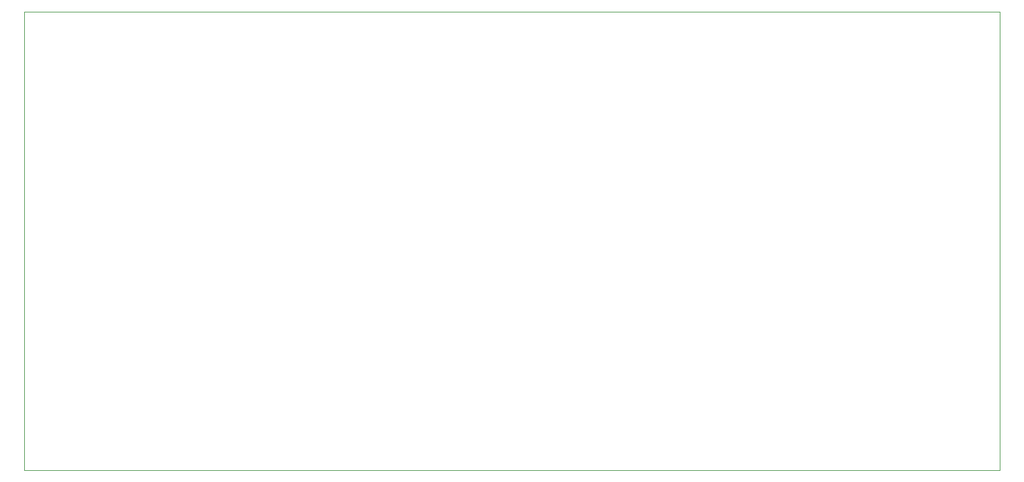
<source format=gbr>
%TF.GenerationSoftware,Altium Limited,Altium Designer,19.1.8 (144)*%
G04 Layer_Color=0*
%FSLAX26Y26*%
%MOIN*%
%TF.FileFunction,Profile,NP*%
%TF.Part,Single*%
G01*
G75*
%TA.AperFunction,Profile*%
%ADD97C,0.001000*%
D97*
X4710000Y4550000D02*
Y2085000D01*
X-525000D01*
Y4550000D01*
X4710000D01*
%TF.MD5,8c427d38131cb6fa89b176af27f836ed*%
M02*

</source>
